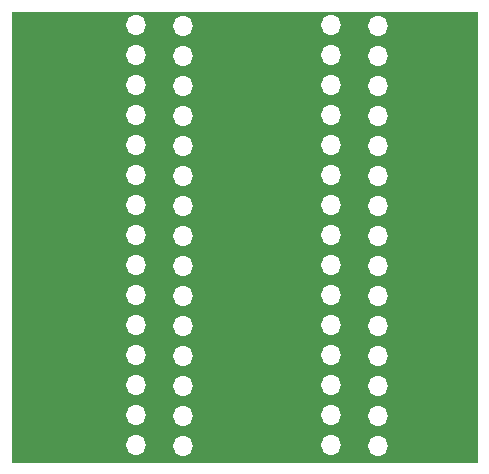
<source format=gbo>
%TF.GenerationSoftware,KiCad,Pcbnew,5.1.10*%
%TF.CreationDate,2021-10-22T01:18:59+03:00*%
%TF.ProjectId,breakouts,62726561-6b6f-4757-9473-2e6b69636164,rev?*%
%TF.SameCoordinates,Original*%
%TF.FileFunction,Legend,Bot*%
%TF.FilePolarity,Positive*%
%FSLAX46Y46*%
G04 Gerber Fmt 4.6, Leading zero omitted, Abs format (unit mm)*
G04 Created by KiCad (PCBNEW 5.1.10) date 2021-10-22 01:18:59*
%MOMM*%
%LPD*%
G01*
G04 APERTURE LIST*
%ADD10C,0.100000*%
%ADD11O,1.700000X1.700000*%
%ADD12R,1.700000X1.700000*%
G04 APERTURE END LIST*
D10*
G36*
X79375000Y-86360000D02*
G01*
X40005000Y-86360000D01*
X40005000Y-48260000D01*
X79375000Y-48260000D01*
X79375000Y-86360000D01*
G37*
X79375000Y-86360000D02*
X40005000Y-86360000D01*
X40005000Y-48260000D01*
X79375000Y-48260000D01*
X79375000Y-86360000D01*
%LPC*%
D11*
%TO.C,J18*%
X81000000Y-46824999D03*
X81000000Y-49364999D03*
X81000000Y-51904999D03*
X81000000Y-54444999D03*
X81000000Y-56984999D03*
X81000000Y-59524999D03*
X81000000Y-62064999D03*
X81000000Y-64604999D03*
X81000000Y-67144999D03*
X81000000Y-69684999D03*
X81000000Y-72224999D03*
X81000000Y-74764999D03*
X81000000Y-77304999D03*
X81000000Y-79844999D03*
X81000000Y-82384999D03*
X81000000Y-84924999D03*
D12*
X81000000Y-87464999D03*
%TD*%
D11*
%TO.C,J16*%
X71000000Y-87504999D03*
X71000000Y-84964999D03*
X71000000Y-82424999D03*
X71000000Y-79884999D03*
X71000000Y-77344999D03*
X71000000Y-74804999D03*
X71000000Y-72264999D03*
X71000000Y-69724999D03*
X71000000Y-67184999D03*
X71000000Y-64644999D03*
X71000000Y-62104999D03*
X71000000Y-59564999D03*
X71000000Y-57024999D03*
X71000000Y-54484999D03*
X71000000Y-51944999D03*
X71000000Y-49404999D03*
D12*
X71000000Y-46864999D03*
%TD*%
D11*
%TO.C,J15*%
X67000000Y-46824999D03*
X67000000Y-49364999D03*
X67000000Y-51904999D03*
X67000000Y-54444999D03*
X67000000Y-56984999D03*
X67000000Y-59524999D03*
X67000000Y-62064999D03*
X67000000Y-64604999D03*
X67000000Y-67144999D03*
X67000000Y-69684999D03*
X67000000Y-72224999D03*
X67000000Y-74764999D03*
X67000000Y-77304999D03*
X67000000Y-79844999D03*
X67000000Y-82384999D03*
X67000000Y-84924999D03*
D12*
X67000000Y-87464999D03*
%TD*%
D11*
%TO.C,J13*%
X54500000Y-87504999D03*
X54500000Y-84964999D03*
X54500000Y-82424999D03*
X54500000Y-79884999D03*
X54500000Y-77344999D03*
X54500000Y-74804999D03*
X54500000Y-72264999D03*
X54500000Y-69724999D03*
X54500000Y-67184999D03*
X54500000Y-64644999D03*
X54500000Y-62104999D03*
X54500000Y-59564999D03*
X54500000Y-57024999D03*
X54500000Y-54484999D03*
X54500000Y-51944999D03*
X54500000Y-49404999D03*
D12*
X54500000Y-46864999D03*
%TD*%
D11*
%TO.C,J12*%
X50500000Y-46824999D03*
X50500000Y-49364999D03*
X50500000Y-51904999D03*
X50500000Y-54444999D03*
X50500000Y-56984999D03*
X50500000Y-59524999D03*
X50500000Y-62064999D03*
X50500000Y-64604999D03*
X50500000Y-67144999D03*
X50500000Y-69684999D03*
X50500000Y-72224999D03*
X50500000Y-74764999D03*
X50500000Y-77304999D03*
X50500000Y-79844999D03*
X50500000Y-82384999D03*
X50500000Y-84924999D03*
D12*
X50500000Y-87464999D03*
%TD*%
D11*
%TO.C,J11*%
X38500000Y-87504999D03*
X38500000Y-84964999D03*
X38500000Y-82424999D03*
X38500000Y-79884999D03*
X38500000Y-77344999D03*
X38500000Y-74804999D03*
X38500000Y-72264999D03*
X38500000Y-69724999D03*
X38500000Y-67184999D03*
X38500000Y-64644999D03*
X38500000Y-62104999D03*
X38500000Y-59564999D03*
X38500000Y-57024999D03*
X38500000Y-54484999D03*
X38500000Y-51944999D03*
X38500000Y-49404999D03*
D12*
X38500000Y-46864999D03*
%TD*%
M02*

</source>
